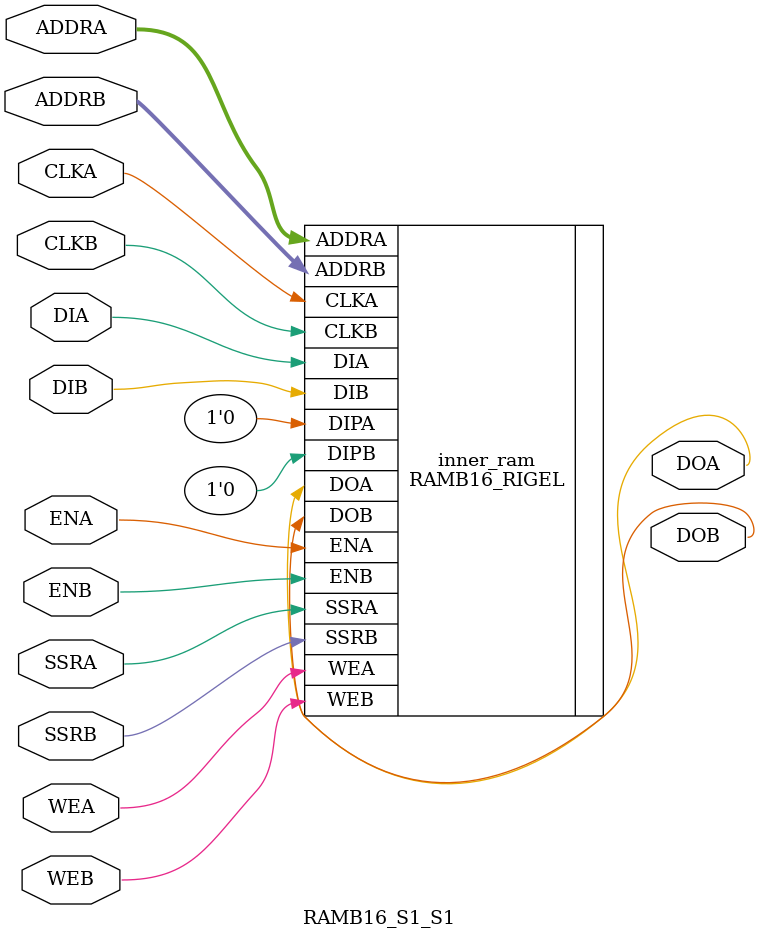
<source format=v>
module RAMB16_S1_S1(
  input WEA,
  input ENA,
  input SSRA,
  input CLKA,
  input [13:0] ADDRA,
  input [0:0] DIA,
//  input DIPA,
//  output [3:0] DOPA,
  output [0:0] DOA,
  input WEB,
  input ENB,
  input SSRB,
  input CLKB,
  input [13:0] ADDRB,
  input [0:0] DIB,
//  input DIPB,
//  output [3:0] DOPB,
  output [0:0] DOB);
  parameter WRITE_MODE_A = "write_first";
  parameter WRITE_MODE_B = "write_first";
parameter INIT_00=256'd0;
parameter INIT_01=256'd0;
parameter INIT_02=256'd0;
parameter INIT_03=256'd0;
parameter INIT_04=256'd0;
parameter INIT_05=256'd0;
parameter INIT_06=256'd0;
parameter INIT_07=256'd0;
parameter INIT_08=256'd0;
parameter INIT_09=256'd0;
parameter INIT_0A=256'd0;
parameter INIT_0B=256'd0;
parameter INIT_0C=256'd0;
parameter INIT_0D=256'd0;
parameter INIT_0E=256'd0;
parameter INIT_0F=256'd0;
parameter INIT_10=256'd0;
parameter INIT_11=256'd0;
parameter INIT_12=256'd0;
parameter INIT_13=256'd0;
parameter INIT_14=256'd0;
parameter INIT_15=256'd0;
parameter INIT_16=256'd0;
parameter INIT_17=256'd0;
parameter INIT_18=256'd0;
parameter INIT_19=256'd0;
parameter INIT_1A=256'd0;
parameter INIT_1B=256'd0;
parameter INIT_1C=256'd0;
parameter INIT_1D=256'd0;
parameter INIT_1E=256'd0;
parameter INIT_1F=256'd0;
parameter INIT_20=256'd0;
parameter INIT_21=256'd0;
parameter INIT_22=256'd0;
parameter INIT_23=256'd0;
parameter INIT_24=256'd0;
parameter INIT_25=256'd0;
parameter INIT_26=256'd0;
parameter INIT_27=256'd0;
parameter INIT_28=256'd0;
parameter INIT_29=256'd0;
parameter INIT_2A=256'd0;
parameter INIT_2B=256'd0;
parameter INIT_2C=256'd0;
parameter INIT_2D=256'd0;
parameter INIT_2E=256'd0;
parameter INIT_2F=256'd0;
parameter INIT_30=256'd0;
parameter INIT_31=256'd0;
parameter INIT_32=256'd0;
parameter INIT_33=256'd0;
parameter INIT_34=256'd0;
parameter INIT_35=256'd0;
parameter INIT_36=256'd0;
parameter INIT_37=256'd0;
parameter INIT_38=256'd0;
parameter INIT_39=256'd0;
parameter INIT_3A=256'd0;
parameter INIT_3B=256'd0;
parameter INIT_3C=256'd0;
parameter INIT_3D=256'd0;
parameter INIT_3E=256'd0;
   parameter INIT_3F=256'd0;   


   RAMB16_RIGEL #(.WRITE_MODE_A(WRITE_MODE_A),.WRITE_MODE_B(WRITE_MODE_B),.BITS(1),.INIT_00(INIT_00),.INIT_01(INIT_01),.INIT_02(INIT_02),.INIT_03(INIT_03),.INIT_04(INIT_04),.INIT_05(INIT_05),.INIT_06(INIT_06),.INIT_07(INIT_07),.INIT_08(INIT_08),.INIT_09(INIT_09),.INIT_0A(INIT_0A),.INIT_0B(INIT_0B),.INIT_0C(INIT_0C),.INIT_0D(INIT_0D),.INIT_0E(INIT_0E),.INIT_0F(INIT_0F),.INIT_10(INIT_10),.INIT_11(INIT_11),.INIT_12(INIT_12),.INIT_13(INIT_13),.INIT_14(INIT_14),.INIT_15(INIT_15),.INIT_16(INIT_16),.INIT_17(INIT_17),.INIT_18(INIT_18),.INIT_19(INIT_19),.INIT_1A(INIT_1A),.INIT_1B(INIT_1B),.INIT_1C(INIT_1C),.INIT_1D(INIT_1D),.INIT_1E(INIT_1E),.INIT_1F(INIT_1F),.INIT_20(INIT_20),.INIT_21(INIT_21),.INIT_22(INIT_22),.INIT_23(INIT_23),.INIT_24(INIT_24),.INIT_25(INIT_25),.INIT_26(INIT_26),.INIT_27(INIT_27),.INIT_28(INIT_28),.INIT_29(INIT_29),.INIT_2A(INIT_2A),.INIT_2B(INIT_2B),.INIT_2C(INIT_2C),.INIT_2D(INIT_2D),.INIT_2E(INIT_2E),.INIT_2F(INIT_2F),.INIT_30(INIT_30),.INIT_31(INIT_31),.INIT_32(INIT_32),.INIT_33(INIT_33),.INIT_34(INIT_34),.INIT_35(INIT_35),.INIT_36(INIT_36),.INIT_37(INIT_37),.INIT_38(INIT_38),.INIT_39(INIT_39),.INIT_3A(INIT_3A),.INIT_3B(INIT_3B),.INIT_3C(INIT_3C),.INIT_3D(INIT_3D),.INIT_3E(INIT_3E),.INIT_3F(INIT_3F)) inner_ram(.WEA(WEA),.ENA(ENA),.SSRA(SSRA),.CLKA(CLKA),.ADDRA(ADDRA),.DIA(DIA),.DIPA(1'b0),.DOA(DOA),.WEB(WEB),.ENB(ENB),.SSRB(SSRB),.CLKB(CLKB),.ADDRB(ADDRB),.DIB(DIB),.DIPB(1'b0),.DOB(DOB));

endmodule

</source>
